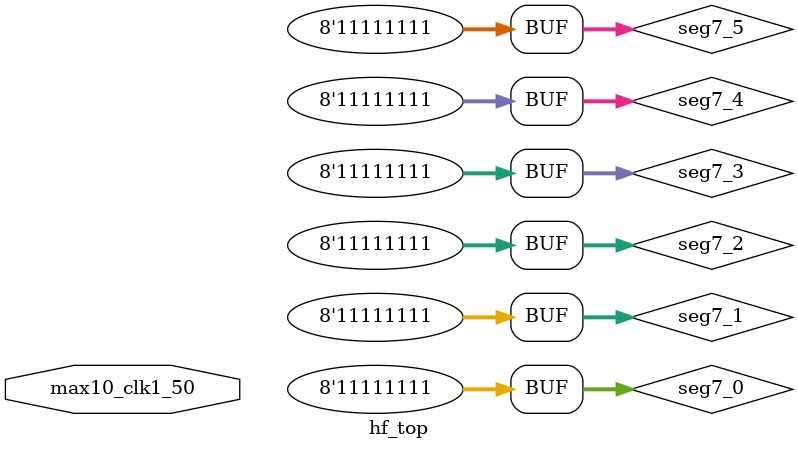
<source format=sv>
module hf_top(input logic max10_clk1_50);

	// Peripheral interconnect signals
	logic [9:0] leds;	// output signal to the LED's
	// output signals to the seven segment digits
	logic [7:0] seg7_0, seg7_1, seg7_2, seg7_3, seg7_4, seg7_5;
	logic [9:0] sws;	// input signals from the switches
	logic [1:0] pbs;	// input signals from the pushbuttons
	
	// Parameter interconnect signals
	logic [31:0] param1, param2, param3;

	// User instantiates design below
	// instantiate the design
	DE10_LITE_Temple_Top u_design (.ledr(leds), .key(pbs), .sw(sws[2:0]));

	// tie up all of the unused outputs
	assign seg7_0 = 8'b11111111;
	assign seg7_1 = 8'b11111111;
	assign seg7_2 = 8'b11111111;
	assign seg7_3 = 8'b11111111;
	assign seg7_4 = 8'b11111111;
	assign seg7_5 = 8'b11111111;

	// IP to allow simple user design interfacing with developent kit					
	pin_ip platform_designer_pin_ip (.clock(max10_clk1_50), .leds,
		.seg7_0, .seg7_1, .seg7_2, .seg7_3, .seg7_4, .seg7_5,
		.sws, .pbs, .param1, .param2, .param3);

endmodule

</source>
